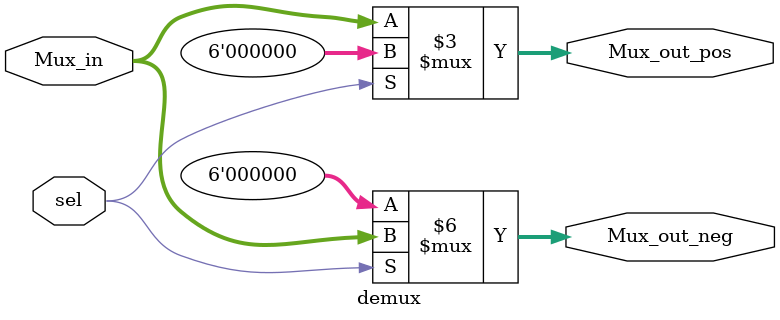
<source format=v>
module demux #(
    parameter Data_width_demux=6    
)(
    input sel,
    input [Data_width_demux-1:0] Mux_in,
    output [Data_width_demux-1:0] Mux_out_pos,
    output [Data_width_demux-1:0] Mux_out_neg
);

assign Mux_out_pos=(sel==1'b0) ? Mux_in : 1'b0;
assign Mux_out_neg=(sel==1'b1) ? Mux_in : 1'b0;

endmodule
</source>
